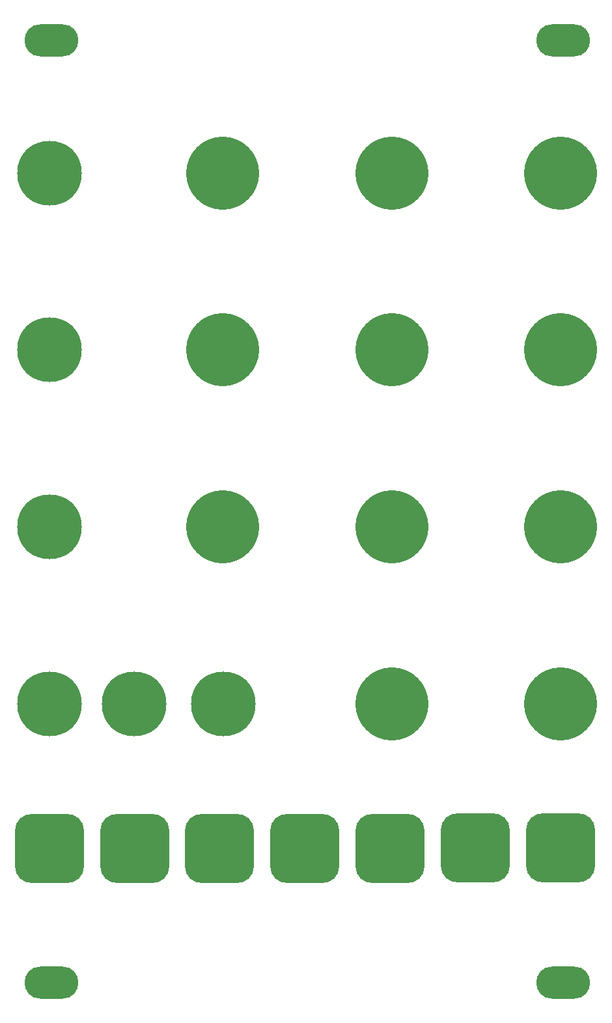
<source format=gbr>
%TF.GenerationSoftware,KiCad,Pcbnew,(6.0.7-1)-1*%
%TF.CreationDate,2022-10-07T10:10:39+07:00*%
%TF.ProjectId,benjolin_1.6_panel,62656e6a-6f6c-4696-9e5f-312e365f7061,rev?*%
%TF.SameCoordinates,Original*%
%TF.FileFunction,Soldermask,Bot*%
%TF.FilePolarity,Negative*%
%FSLAX46Y46*%
G04 Gerber Fmt 4.6, Leading zero omitted, Abs format (unit mm)*
G04 Created by KiCad (PCBNEW (6.0.7-1)-1) date 2022-10-07 10:10:39*
%MOMM*%
%LPD*%
G01*
G04 APERTURE LIST*
G04 Aperture macros list*
%AMRoundRect*
0 Rectangle with rounded corners*
0 $1 Rounding radius*
0 $2 $3 $4 $5 $6 $7 $8 $9 X,Y pos of 4 corners*
0 Add a 4 corners polygon primitive as box body*
4,1,4,$2,$3,$4,$5,$6,$7,$8,$9,$2,$3,0*
0 Add four circle primitives for the rounded corners*
1,1,$1+$1,$2,$3*
1,1,$1+$1,$4,$5*
1,1,$1+$1,$6,$7*
1,1,$1+$1,$8,$9*
0 Add four rect primitives between the rounded corners*
20,1,$1+$1,$2,$3,$4,$5,0*
20,1,$1+$1,$4,$5,$6,$7,0*
20,1,$1+$1,$6,$7,$8,$9,0*
20,1,$1+$1,$8,$9,$2,$3,0*%
G04 Aperture macros list end*
%ADD10C,9.500000*%
%ADD11C,8.400000*%
%ADD12RoundRect,2.250000X-2.250000X-2.250000X2.250000X-2.250000X2.250000X2.250000X-2.250000X2.250000X0*%
%ADD13O,7.000000X4.200000*%
G04 APERTURE END LIST*
D10*
%TO.C,REF\u002A\u002A*%
X70000000Y-68910000D03*
%TD*%
%TO.C,REF\u002A\u002A*%
X92011865Y-68910000D03*
%TD*%
%TO.C,REF\u002A\u002A*%
X114000000Y-68910000D03*
%TD*%
D11*
%TO.C,H2*%
X70074142Y-114899332D03*
%TD*%
D10*
%TO.C,REF\u002A\u002A*%
X92011865Y-91910000D03*
%TD*%
D12*
%TO.C,xor*%
X102910673Y-133660000D03*
%TD*%
D10*
%TO.C,REF\u002A\u002A*%
X70025077Y-91910000D03*
%TD*%
D12*
%TO.C,tri x*%
X47464058Y-133750000D03*
%TD*%
D10*
%TO.C,REF\u002A\u002A*%
X92011865Y-45920000D03*
%TD*%
D13*
%TO.C,REF\u002A\u002A*%
X114279479Y-28650000D03*
X114279479Y-28650000D03*
%TD*%
D11*
%TO.C,H2*%
X47464058Y-91910000D03*
%TD*%
D10*
%TO.C,REF\u002A\u002A*%
X114000000Y-114899332D03*
%TD*%
D11*
%TO.C,H2*%
X47464058Y-68910000D03*
%TD*%
D13*
%TO.C,REF\u002A\u002A*%
X47726000Y-28650000D03*
X47726000Y-28650000D03*
%TD*%
D10*
%TO.C,REF\u002A\u002A*%
X70025077Y-45920000D03*
%TD*%
D13*
%TO.C,REF\u002A\u002A*%
X47726000Y-151150000D03*
X47726000Y-151150000D03*
%TD*%
D12*
%TO.C,pulse y*%
X80732027Y-133750000D03*
%TD*%
D11*
%TO.C,H2*%
X47464058Y-45920000D03*
%TD*%
D12*
%TO.C,tri y*%
X69642704Y-133750000D03*
%TD*%
D10*
%TO.C,REF\u002A\u002A*%
X92010000Y-114899332D03*
%TD*%
D12*
%TO.C,out*%
X114000000Y-133660000D03*
%TD*%
%TO.C,pwm*%
X91821350Y-133750000D03*
%TD*%
D13*
%TO.C,REF\u002A\u002A*%
X114279479Y-151150000D03*
X114279479Y-151150000D03*
%TD*%
D12*
%TO.C,pulse x*%
X58553381Y-133750000D03*
%TD*%
D11*
%TO.C,H2*%
X58537786Y-114899332D03*
%TD*%
D10*
%TO.C,REF\u002A\u002A*%
X114000000Y-91910000D03*
%TD*%
D11*
%TO.C,H2*%
X47464058Y-114899332D03*
%TD*%
D10*
%TO.C,REF\u002A\u002A*%
X114000000Y-45920000D03*
%TD*%
M02*

</source>
